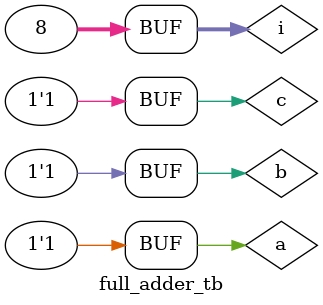
<source format=v>
module full_adder_tb;
    reg a,b,c;
    wire sum,carry;
    integer i;
    full_adder fa(.a(a),.b(b),.c(c),.sum(sum),.carry(carry));
    initial begin
      $monitor("Time=%0t,a=%b,b=%b,c=%b,sum=%b,carry=%b",$time,a,b,c,sum,carry);
    for(i=0;i<8;i=i+1)begin
        {a,b,c}=i;
    #5;
    end
    end
  initial 
    begin
      $dumpfile("waveforms.vcd");
      $dumpvars(0,full_adder_tb);
    end
endmodule 

</source>
